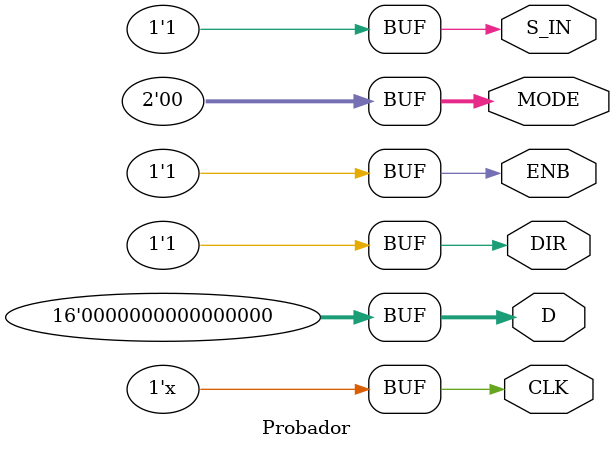
<source format=v>
module Probador (
		 output reg 	  CLK,
		 output reg 	  ENB,
		 output reg 	  DIR,
		 output reg 	  S_IN,
		 output reg [15:0] D,
		 output reg [1:0] MODE
		 );
		 
   initial
     begin
	#10 CLK = 1'b0;
	ENB = 1;	
	DIR = 0;
	S_IN = 1;
	// Prueba 5, inicialmente el registro se encuentra
	// indeterminado y se carga 0000 en paralelo
	D[15:0] = 16'b0000000000000000;
	#2 MODE[1:0] = 2'b10;
	// Prueba 1, funcionamiento rotacion izq
	#88 MODE[1:0] = 2'b00;
	// Prueba 2, funcionamiento rotacion der
	#40 DIR = 1;
	S_IN = 0;
	#20 S_IN = 1;
	#2 S_IN = 0;
	#2 S_IN = 1;
	// Prueba 3, rotacion circular a la izq
//	#4 S_IN = 1;
//	#2 MODE[1:0] = 2'b01;
//	DIR = 0;	
	// Prueba 4, rotacion circular a la der	       
//	#6 DIR=1;
	// Demostración de funcionamiento del enable
//	#10 MODE[1:0] = 2'b10;
//	D[7:0] = 8'b11011100;	
//	#4 D[7:0] = 8'b11010011;
//	#2 D[7:0] = 8'b11110110;
//	ENB = 0;
//	#4 D[7:0] = 8'b00010000;
//	#2 D[7:0] = 8'b00011010;
//	#40 ENB = 1;
	



	
     end
   always
     begin
	#1 CLK = ~CLK;
	
     end
   //always 
   //  #25 ENB = ~ENB;
   //always //@ (posedge CLK)
   //  #30 MODE<= (MODE + 2'b01);
   //always //@ (posedge CLK)
   //  #30 D <= (D + 8'b00011100);
		 
endmodule

</source>
